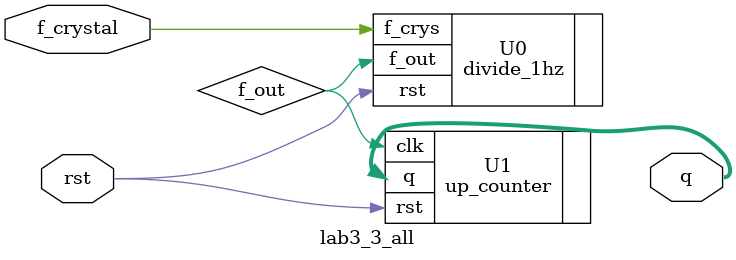
<source format=v>
`timescale 1ns / 1ps


module lab3_3_all(f_crystal,rst,q);
    input f_crystal;
    input rst;
    output [3:0]q;

    wire [3:0]q;
    wire f_out;

divide_1hz U0(.f_crys(f_crystal),.rst(rst),.f_out(f_out));

up_counter U1(.q(q), .clk(f_out),.rst(rst));



endmodule

</source>
